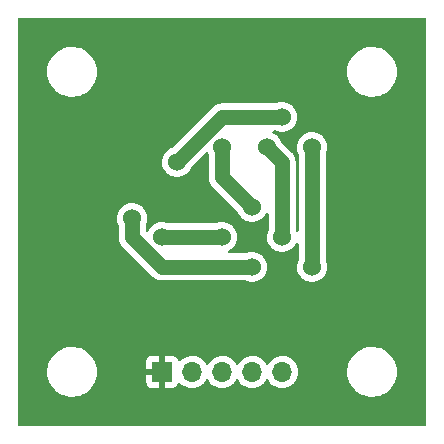
<source format=gbr>
%TF.GenerationSoftware,KiCad,Pcbnew,(5.99.0-3341-g150dc429c)*%
%TF.CreationDate,2020-09-14T09:08:56+02:00*%
%TF.ProjectId,loadCell,6c6f6164-4365-46c6-9c2e-6b696361645f,rev?*%
%TF.SameCoordinates,Original*%
%TF.FileFunction,Copper,L2,Bot*%
%TF.FilePolarity,Positive*%
%FSLAX46Y46*%
G04 Gerber Fmt 4.6, Leading zero omitted, Abs format (unit mm)*
G04 Created by KiCad (PCBNEW (5.99.0-3341-g150dc429c)) date 2020-09-14 09:08:56*
%MOMM*%
%LPD*%
G01*
G04 APERTURE LIST*
%TA.AperFunction,ComponentPad*%
%ADD10O,1.700000X1.700000*%
%TD*%
%TA.AperFunction,ComponentPad*%
%ADD11R,1.700000X1.700000*%
%TD*%
%TA.AperFunction,ViaPad*%
%ADD12C,1.524000*%
%TD*%
%TA.AperFunction,Conductor*%
%ADD13C,1.270000*%
%TD*%
G04 APERTURE END LIST*
D10*
%TO.P,J4,5,Pin_5*%
%TO.N,Net-(J1-Pad4)*%
X132080000Y-63500000D03*
%TO.P,J4,4,Pin_4*%
%TO.N,Net-(J1-Pad3)*%
X129540000Y-63500000D03*
%TO.P,J4,3,Pin_3*%
%TO.N,Net-(J1-Pad2)*%
X127000000Y-63500000D03*
%TO.P,J4,2,Pin_2*%
%TO.N,Net-(J1-Pad1)*%
X124460000Y-63500000D03*
D11*
%TO.P,J4,1,Pin_1*%
%TO.N,GND*%
X121920000Y-63500000D03*
%TD*%
D12*
%TO.N,Net-(J1-Pad4)*%
X123190000Y-45720000D03*
X132080000Y-41910000D03*
%TO.N,Net-(J1-Pad3)*%
X119380000Y-50473000D03*
%TO.N,Net-(J1-Pad2)*%
X121920000Y-52070000D03*
%TO.N,Net-(J1-Pad4)*%
X134620000Y-44450000D03*
X134620000Y-54610000D03*
%TO.N,Net-(J1-Pad3)*%
X130810000Y-44450000D03*
X132080000Y-52070000D03*
%TO.N,Net-(J1-Pad2)*%
X127000000Y-44450000D03*
X129540000Y-49530000D03*
X127000000Y-52070000D03*
%TO.N,Net-(J1-Pad3)*%
X129540000Y-54610000D03*
%TD*%
D13*
%TO.N,Net-(J1-Pad4)*%
X123190000Y-45720000D02*
X127000000Y-41910000D01*
X127000000Y-41910000D02*
X132080000Y-41910000D01*
%TO.N,Net-(J1-Pad3)*%
X119380000Y-50473000D02*
X119380000Y-52070000D01*
X121920000Y-54610000D02*
X129540000Y-54610000D01*
X119380000Y-52070000D02*
X121920000Y-54610000D01*
%TO.N,Net-(J1-Pad2)*%
X121920000Y-52070000D02*
X127000000Y-52070000D01*
%TO.N,Net-(J1-Pad4)*%
X134620000Y-44450000D02*
X134620000Y-54610000D01*
%TO.N,Net-(J1-Pad3)*%
X130810000Y-44450000D02*
X132080000Y-45720000D01*
X132080000Y-45720000D02*
X132080000Y-52070000D01*
%TO.N,Net-(J1-Pad2)*%
X127000000Y-44450000D02*
X127000000Y-46990000D01*
X127000000Y-46990000D02*
X129540000Y-49530000D01*
%TD*%
%TA.AperFunction,Conductor*%
%TO.N,GND*%
G36*
X144271501Y-68071500D02*
G01*
X109728500Y-68071500D01*
X109728500Y-63477876D01*
X112187116Y-63477876D01*
X112203661Y-63764827D01*
X112216555Y-63830546D01*
X112258999Y-64046885D01*
X112352103Y-64318820D01*
X112481252Y-64575605D01*
X112547490Y-64671981D01*
X112644056Y-64812485D01*
X112837499Y-65025077D01*
X113058014Y-65209457D01*
X113301495Y-65362192D01*
X113563471Y-65480479D01*
X113839062Y-65562112D01*
X114123191Y-65605590D01*
X114410586Y-65610104D01*
X114695937Y-65575573D01*
X114973961Y-65502635D01*
X115239514Y-65392639D01*
X115322237Y-65344300D01*
X115487686Y-65247619D01*
X115713872Y-65070267D01*
X115913900Y-64863853D01*
X115914917Y-64862469D01*
X116084065Y-64632202D01*
X116221216Y-64379601D01*
X116232400Y-64350002D01*
X120557000Y-64350002D01*
X120603358Y-64563105D01*
X120682301Y-64685945D01*
X120792651Y-64781563D01*
X120925474Y-64842220D01*
X121069997Y-64863000D01*
X121666000Y-64863000D01*
X121666001Y-63754000D01*
X120557000Y-63753999D01*
X120557000Y-64350002D01*
X116232400Y-64350002D01*
X116322816Y-64110724D01*
X116364432Y-63929018D01*
X116386986Y-63830544D01*
X116412537Y-63544251D01*
X116413000Y-63499998D01*
X116393450Y-63213234D01*
X116388914Y-63191327D01*
X116352436Y-63015179D01*
X116335164Y-62931775D01*
X116327627Y-62910491D01*
X116239216Y-62660827D01*
X116233627Y-62649997D01*
X120557000Y-62649997D01*
X120557000Y-63246000D01*
X121666000Y-63246001D01*
X122173999Y-63246001D01*
X122174000Y-63246001D01*
X122173999Y-64863000D01*
X122770002Y-64863000D01*
X122983105Y-64816642D01*
X123105945Y-64737699D01*
X123201563Y-64627349D01*
X123269745Y-64478050D01*
X123273941Y-64479966D01*
X123289403Y-64446129D01*
X123349138Y-64407759D01*
X123420134Y-64407775D01*
X123468999Y-64435100D01*
X123635931Y-64585670D01*
X123772195Y-64671979D01*
X123830638Y-64708997D01*
X124043336Y-64797752D01*
X124212183Y-64836578D01*
X124267952Y-64849402D01*
X124498057Y-64862469D01*
X124498058Y-64862469D01*
X124727071Y-64836579D01*
X124727074Y-64836578D01*
X124727075Y-64836578D01*
X124917056Y-64781563D01*
X124948460Y-64772469D01*
X125155868Y-64671981D01*
X125343386Y-64537978D01*
X125449135Y-64431302D01*
X125505646Y-64374296D01*
X125638007Y-64185616D01*
X125638009Y-64185612D01*
X125744393Y-64033962D01*
X125751952Y-64047855D01*
X125862102Y-64250305D01*
X126004789Y-64431302D01*
X126175931Y-64585670D01*
X126312195Y-64671979D01*
X126370638Y-64708997D01*
X126583336Y-64797752D01*
X126752183Y-64836578D01*
X126807952Y-64849402D01*
X127038057Y-64862469D01*
X127038058Y-64862469D01*
X127267071Y-64836579D01*
X127267074Y-64836578D01*
X127267075Y-64836578D01*
X127457056Y-64781563D01*
X127488460Y-64772469D01*
X127695868Y-64671981D01*
X127883386Y-64537978D01*
X127989135Y-64431302D01*
X128045646Y-64374296D01*
X128178007Y-64185616D01*
X128178009Y-64185612D01*
X128284393Y-64033962D01*
X128291952Y-64047855D01*
X128402102Y-64250305D01*
X128544789Y-64431302D01*
X128715931Y-64585670D01*
X128852195Y-64671979D01*
X128910638Y-64708997D01*
X129123336Y-64797752D01*
X129292183Y-64836578D01*
X129347952Y-64849402D01*
X129578057Y-64862469D01*
X129578058Y-64862469D01*
X129807071Y-64836579D01*
X129807074Y-64836578D01*
X129807075Y-64836578D01*
X129997056Y-64781563D01*
X130028460Y-64772469D01*
X130235868Y-64671981D01*
X130423386Y-64537978D01*
X130529135Y-64431302D01*
X130585646Y-64374296D01*
X130718007Y-64185616D01*
X130718009Y-64185612D01*
X130824393Y-64033962D01*
X130831952Y-64047855D01*
X130942102Y-64250305D01*
X131084789Y-64431302D01*
X131255931Y-64585670D01*
X131392195Y-64671979D01*
X131450638Y-64708997D01*
X131663336Y-64797752D01*
X131832183Y-64836578D01*
X131887952Y-64849402D01*
X132118057Y-64862469D01*
X132118058Y-64862469D01*
X132347071Y-64836579D01*
X132347074Y-64836578D01*
X132347075Y-64836578D01*
X132537056Y-64781563D01*
X132568460Y-64772469D01*
X132775868Y-64671981D01*
X132963386Y-64537978D01*
X133069135Y-64431302D01*
X133125646Y-64374296D01*
X133258007Y-64185616D01*
X133258009Y-64185612D01*
X133356683Y-63977337D01*
X133418859Y-63755399D01*
X133442749Y-63526167D01*
X133443000Y-63500003D01*
X133441124Y-63477876D01*
X137587116Y-63477876D01*
X137603661Y-63764827D01*
X137616555Y-63830546D01*
X137658999Y-64046885D01*
X137752103Y-64318820D01*
X137881252Y-64575605D01*
X137947490Y-64671981D01*
X138044056Y-64812485D01*
X138237499Y-65025077D01*
X138458014Y-65209457D01*
X138701495Y-65362192D01*
X138963471Y-65480479D01*
X139239062Y-65562112D01*
X139523191Y-65605590D01*
X139810586Y-65610104D01*
X140095937Y-65575573D01*
X140373961Y-65502635D01*
X140639514Y-65392639D01*
X140722237Y-65344300D01*
X140887686Y-65247619D01*
X141113872Y-65070267D01*
X141313900Y-64863853D01*
X141314917Y-64862469D01*
X141484065Y-64632202D01*
X141621216Y-64379601D01*
X141722816Y-64110724D01*
X141764432Y-63929018D01*
X141786986Y-63830544D01*
X141812537Y-63544251D01*
X141813000Y-63499998D01*
X141793450Y-63213234D01*
X141788914Y-63191327D01*
X141752436Y-63015179D01*
X141735164Y-62931775D01*
X141727627Y-62910491D01*
X141639216Y-62660827D01*
X141507385Y-62405409D01*
X141342109Y-62170246D01*
X141146448Y-61959689D01*
X140924021Y-61777635D01*
X140903256Y-61764910D01*
X140678950Y-61627454D01*
X140415748Y-61511917D01*
X140139320Y-61433174D01*
X139968578Y-61408875D01*
X139854752Y-61392675D01*
X139663133Y-61391672D01*
X139567325Y-61391170D01*
X139567324Y-61391170D01*
X139472333Y-61403676D01*
X139282348Y-61428687D01*
X139005109Y-61504531D01*
X138872912Y-61560918D01*
X138740718Y-61617303D01*
X138740714Y-61617305D01*
X138494084Y-61764910D01*
X138269761Y-61944627D01*
X138071903Y-62153126D01*
X137904177Y-62386541D01*
X137769679Y-62640561D01*
X137767710Y-62645942D01*
X137670899Y-62910492D01*
X137623019Y-63130095D01*
X137609668Y-63191326D01*
X137587116Y-63477876D01*
X133441124Y-63477876D01*
X133441123Y-63477873D01*
X133423514Y-63270349D01*
X133365612Y-63047264D01*
X133330281Y-62968830D01*
X133270952Y-62837125D01*
X133142240Y-62645942D01*
X133142239Y-62645941D01*
X133142238Y-62645939D01*
X132983151Y-62479173D01*
X132798241Y-62341596D01*
X132592794Y-62237141D01*
X132372684Y-62168796D01*
X132144206Y-62138513D01*
X132144203Y-62138513D01*
X132029049Y-62142836D01*
X131913892Y-62147160D01*
X131688328Y-62194488D01*
X131688326Y-62194489D01*
X131688325Y-62194489D01*
X131473963Y-62279144D01*
X131276925Y-62398709D01*
X131189888Y-62474237D01*
X131102851Y-62549764D01*
X131023991Y-62645941D01*
X130956716Y-62727988D01*
X130819620Y-62968830D01*
X130602240Y-62645941D01*
X130443150Y-62479172D01*
X130335004Y-62398709D01*
X130258241Y-62341596D01*
X130052794Y-62237141D01*
X129832684Y-62168796D01*
X129604206Y-62138513D01*
X129604203Y-62138513D01*
X129489049Y-62142836D01*
X129373892Y-62147160D01*
X129148328Y-62194488D01*
X129148326Y-62194489D01*
X129148325Y-62194489D01*
X128933963Y-62279144D01*
X128736925Y-62398709D01*
X128649888Y-62474237D01*
X128562851Y-62549764D01*
X128483991Y-62645941D01*
X128416716Y-62727988D01*
X128279620Y-62968830D01*
X128062240Y-62645941D01*
X127903150Y-62479172D01*
X127795004Y-62398709D01*
X127718241Y-62341596D01*
X127512794Y-62237141D01*
X127292684Y-62168796D01*
X127064206Y-62138513D01*
X127064203Y-62138513D01*
X126949049Y-62142836D01*
X126833892Y-62147160D01*
X126608328Y-62194488D01*
X126608326Y-62194489D01*
X126608325Y-62194489D01*
X126393963Y-62279144D01*
X126196925Y-62398709D01*
X126109888Y-62474237D01*
X126022851Y-62549764D01*
X125943991Y-62645941D01*
X125876716Y-62727988D01*
X125739620Y-62968830D01*
X125522240Y-62645941D01*
X125363150Y-62479172D01*
X125255004Y-62398709D01*
X125178241Y-62341596D01*
X124972794Y-62237141D01*
X124752684Y-62168796D01*
X124524206Y-62138513D01*
X124524203Y-62138513D01*
X124409049Y-62142836D01*
X124293892Y-62147160D01*
X124068328Y-62194488D01*
X124068326Y-62194489D01*
X124068325Y-62194489D01*
X123853963Y-62279144D01*
X123656925Y-62398709D01*
X123564201Y-62479172D01*
X123482851Y-62549764D01*
X123472849Y-62561962D01*
X123414191Y-62601956D01*
X123343221Y-62603888D01*
X123282472Y-62567144D01*
X123252296Y-62508855D01*
X123236642Y-62436894D01*
X123157699Y-62314055D01*
X123047349Y-62218437D01*
X122914526Y-62157780D01*
X122770003Y-62137000D01*
X122174000Y-62137000D01*
X122173999Y-63246001D01*
X121666000Y-63246001D01*
X121666001Y-62137000D01*
X121069998Y-62137000D01*
X120856895Y-62183358D01*
X120734055Y-62262301D01*
X120638437Y-62372651D01*
X120577780Y-62505474D01*
X120557000Y-62649997D01*
X116233627Y-62649997D01*
X116107385Y-62405409D01*
X115942109Y-62170246D01*
X115746448Y-61959689D01*
X115524021Y-61777635D01*
X115503256Y-61764910D01*
X115278950Y-61627454D01*
X115015748Y-61511917D01*
X114739320Y-61433174D01*
X114568578Y-61408875D01*
X114454752Y-61392675D01*
X114263133Y-61391672D01*
X114167325Y-61391170D01*
X114167324Y-61391170D01*
X114072333Y-61403676D01*
X113882348Y-61428687D01*
X113605109Y-61504531D01*
X113472911Y-61560918D01*
X113340718Y-61617303D01*
X113340714Y-61617305D01*
X113094084Y-61764910D01*
X112869761Y-61944627D01*
X112671903Y-62153126D01*
X112504177Y-62386541D01*
X112369679Y-62640561D01*
X112367710Y-62645942D01*
X112270899Y-62910492D01*
X112223019Y-63130095D01*
X112209668Y-63191326D01*
X112187116Y-63477876D01*
X109728500Y-63477876D01*
X109728500Y-50553089D01*
X118107017Y-50553089D01*
X118141318Y-50777249D01*
X118214773Y-50991793D01*
X118236500Y-51030829D01*
X118236500Y-52029803D01*
X118231895Y-52100064D01*
X118242483Y-52189521D01*
X118250732Y-52279298D01*
X118250733Y-52279301D01*
X118254825Y-52293811D01*
X118256597Y-52308782D01*
X118256598Y-52308785D01*
X118256598Y-52308786D01*
X118283321Y-52394850D01*
X118307784Y-52481586D01*
X118314453Y-52495109D01*
X118318925Y-52509512D01*
X118318926Y-52509514D01*
X118360891Y-52589276D01*
X118400742Y-52670088D01*
X118409764Y-52682169D01*
X118416786Y-52695516D01*
X118472571Y-52766279D01*
X118526496Y-52838494D01*
X118526499Y-52838497D01*
X118590588Y-52897740D01*
X121082989Y-55390142D01*
X121129425Y-55443092D01*
X121200198Y-55498885D01*
X121247689Y-55538383D01*
X121269481Y-55556508D01*
X121276848Y-55560633D01*
X121282637Y-55563875D01*
X121294483Y-55573214D01*
X121374276Y-55615195D01*
X121452861Y-55659205D01*
X121452863Y-55659206D01*
X121467135Y-55664051D01*
X121480488Y-55671076D01*
X121519271Y-55683119D01*
X121566602Y-55697816D01*
X121593988Y-55707112D01*
X121651888Y-55726766D01*
X121666803Y-55728929D01*
X121681213Y-55733403D01*
X121742979Y-55740713D01*
X121770737Y-55743999D01*
X121859891Y-55756926D01*
X121859892Y-55756926D01*
X121877331Y-55756241D01*
X121947089Y-55753500D01*
X128967932Y-55753500D01*
X129095659Y-55800241D01*
X129209876Y-55842038D01*
X129433269Y-55881027D01*
X129433272Y-55881027D01*
X129660035Y-55879839D01*
X129883005Y-55838515D01*
X129966293Y-55807043D01*
X130095137Y-55758357D01*
X130289720Y-55641901D01*
X130460605Y-55492829D01*
X130602391Y-55315851D01*
X130651844Y-55224769D01*
X130710596Y-55116564D01*
X130781801Y-54901260D01*
X130813752Y-54676757D01*
X130815500Y-54609998D01*
X130795342Y-54384128D01*
X130735504Y-54165400D01*
X130735503Y-54165397D01*
X130735503Y-54165396D01*
X130637876Y-53960718D01*
X130637876Y-53960717D01*
X130505546Y-53776561D01*
X130342698Y-53618749D01*
X130154477Y-53492271D01*
X129946836Y-53401122D01*
X129946834Y-53401122D01*
X129946833Y-53401121D01*
X129726329Y-53348183D01*
X129499936Y-53335129D01*
X129499934Y-53335129D01*
X129392066Y-53348183D01*
X129274809Y-53362373D01*
X129058064Y-53429052D01*
X128985510Y-53466500D01*
X127588356Y-53466500D01*
X127520235Y-53446498D01*
X127473742Y-53392842D01*
X127463638Y-53322568D01*
X127493132Y-53257988D01*
X127543818Y-53222634D01*
X127545041Y-53222172D01*
X127555137Y-53218357D01*
X127749720Y-53101901D01*
X127920605Y-52952829D01*
X128062391Y-52775851D01*
X128113256Y-52682169D01*
X128170596Y-52576564D01*
X128241801Y-52361260D01*
X128273752Y-52136757D01*
X128275500Y-52069998D01*
X128255342Y-51844128D01*
X128195504Y-51625400D01*
X128195503Y-51625396D01*
X128097876Y-51420718D01*
X128097876Y-51420717D01*
X127965546Y-51236561D01*
X127802698Y-51078749D01*
X127614477Y-50952271D01*
X127406836Y-50861122D01*
X127406834Y-50861122D01*
X127406833Y-50861121D01*
X127186329Y-50808183D01*
X126959936Y-50795129D01*
X126959934Y-50795129D01*
X126852066Y-50808183D01*
X126734809Y-50822373D01*
X126518064Y-50889052D01*
X126445510Y-50926500D01*
X122475769Y-50926500D01*
X122389278Y-50888533D01*
X122326836Y-50861122D01*
X122326834Y-50861122D01*
X122326833Y-50861121D01*
X122106329Y-50808183D01*
X121879936Y-50795129D01*
X121879934Y-50795129D01*
X121772066Y-50808183D01*
X121654809Y-50822373D01*
X121438064Y-50889052D01*
X121315580Y-50952271D01*
X121236549Y-50993062D01*
X121056646Y-51131107D01*
X120904024Y-51298836D01*
X120783521Y-51490934D01*
X120766407Y-51533507D01*
X120722440Y-51589251D01*
X120655315Y-51612376D01*
X120586344Y-51595539D01*
X120537424Y-51544086D01*
X120523500Y-51486510D01*
X120523500Y-51029467D01*
X120543267Y-50993060D01*
X120550596Y-50979562D01*
X120568145Y-50926500D01*
X120621800Y-50764265D01*
X120653752Y-50539757D01*
X120655500Y-50472998D01*
X120635342Y-50247128D01*
X120575504Y-50028400D01*
X120575503Y-50028396D01*
X120477876Y-49823718D01*
X120477876Y-49823717D01*
X120345546Y-49639561D01*
X120182698Y-49481749D01*
X119994477Y-49355271D01*
X119786836Y-49264122D01*
X119786834Y-49264122D01*
X119786833Y-49264121D01*
X119566329Y-49211183D01*
X119339936Y-49198129D01*
X119339934Y-49198129D01*
X119232066Y-49211183D01*
X119114809Y-49225373D01*
X118898064Y-49292052D01*
X118775580Y-49355271D01*
X118696549Y-49396062D01*
X118516646Y-49534107D01*
X118364024Y-49701836D01*
X118243521Y-49893934D01*
X118158939Y-50104339D01*
X118158939Y-50104340D01*
X118112953Y-50326398D01*
X118107017Y-50553089D01*
X109728500Y-50553089D01*
X109728500Y-45800089D01*
X121917017Y-45800089D01*
X121951318Y-46024249D01*
X122020586Y-46226563D01*
X122024774Y-46238795D01*
X122135061Y-46436940D01*
X122278686Y-46612418D01*
X122278690Y-46612421D01*
X122451127Y-46759696D01*
X122646919Y-46874107D01*
X122859876Y-46952038D01*
X123083269Y-46991027D01*
X123083272Y-46991027D01*
X123310035Y-46989839D01*
X123533005Y-46948515D01*
X123616293Y-46917043D01*
X123745137Y-46868357D01*
X123939720Y-46751901D01*
X124110605Y-46602829D01*
X124252391Y-46425851D01*
X124353954Y-46238795D01*
X124360596Y-46226563D01*
X124390248Y-46136904D01*
X125764273Y-44762880D01*
X125834773Y-44968793D01*
X125856500Y-45007829D01*
X125856501Y-46949789D01*
X125851895Y-47020064D01*
X125862487Y-47109559D01*
X125869493Y-47185805D01*
X125870733Y-47199299D01*
X125874825Y-47213812D01*
X125876598Y-47228786D01*
X125903326Y-47314865D01*
X125927784Y-47401585D01*
X125934453Y-47415109D01*
X125938926Y-47429514D01*
X125980891Y-47509276D01*
X126020742Y-47590088D01*
X126029764Y-47602169D01*
X126036786Y-47615516D01*
X126092571Y-47686279D01*
X126146496Y-47758494D01*
X126146499Y-47758497D01*
X126210588Y-47817740D01*
X128339959Y-49947112D01*
X128370585Y-50036562D01*
X128374773Y-50048793D01*
X128412528Y-50116624D01*
X128485061Y-50246940D01*
X128628686Y-50422418D01*
X128628690Y-50422421D01*
X128801127Y-50569696D01*
X128996919Y-50684107D01*
X129209876Y-50762038D01*
X129433269Y-50801027D01*
X129433272Y-50801027D01*
X129660035Y-50799839D01*
X129883005Y-50758515D01*
X129966293Y-50727043D01*
X130095137Y-50678357D01*
X130289720Y-50561901D01*
X130460605Y-50412829D01*
X130602391Y-50235851D01*
X130691186Y-50072311D01*
X130699770Y-50056502D01*
X130749853Y-50006180D01*
X130819191Y-49990924D01*
X130885770Y-50015577D01*
X130928452Y-50072311D01*
X130936501Y-50116623D01*
X130936501Y-51508398D01*
X130858939Y-51701340D01*
X130812953Y-51923398D01*
X130807017Y-52150089D01*
X130841318Y-52374249D01*
X130910586Y-52576564D01*
X130914774Y-52588795D01*
X131025061Y-52786940D01*
X131168686Y-52962418D01*
X131168690Y-52962421D01*
X131341127Y-53109696D01*
X131536919Y-53224107D01*
X131749876Y-53302038D01*
X131973269Y-53341027D01*
X131973272Y-53341027D01*
X132200035Y-53339839D01*
X132423005Y-53298515D01*
X132530256Y-53257988D01*
X132635137Y-53218357D01*
X132829720Y-53101901D01*
X133000605Y-52952829D01*
X133142391Y-52775851D01*
X133231186Y-52612311D01*
X133239770Y-52596502D01*
X133289853Y-52546180D01*
X133359191Y-52530924D01*
X133425770Y-52555577D01*
X133468452Y-52612311D01*
X133476501Y-52656623D01*
X133476501Y-54048398D01*
X133398939Y-54241340D01*
X133352953Y-54463398D01*
X133347017Y-54690089D01*
X133381318Y-54914249D01*
X133450586Y-55116564D01*
X133454774Y-55128795D01*
X133565061Y-55326940D01*
X133708686Y-55502418D01*
X133708690Y-55502421D01*
X133881127Y-55649696D01*
X134076919Y-55764107D01*
X134289876Y-55842038D01*
X134513269Y-55881027D01*
X134513272Y-55881027D01*
X134740035Y-55879839D01*
X134963005Y-55838515D01*
X135046293Y-55807043D01*
X135175137Y-55758357D01*
X135369720Y-55641901D01*
X135540605Y-55492829D01*
X135682391Y-55315851D01*
X135731844Y-55224769D01*
X135790596Y-55116564D01*
X135861801Y-54901260D01*
X135893752Y-54676757D01*
X135895500Y-54609998D01*
X135875342Y-54384128D01*
X135815504Y-54165397D01*
X135763500Y-54056369D01*
X135763500Y-45006467D01*
X135790596Y-44956562D01*
X135790597Y-44956560D01*
X135861800Y-44741265D01*
X135893752Y-44516757D01*
X135895500Y-44449998D01*
X135875342Y-44224128D01*
X135815504Y-44005400D01*
X135815503Y-44005396D01*
X135751368Y-43870934D01*
X135717876Y-43800717D01*
X135585546Y-43616561D01*
X135422698Y-43458749D01*
X135234477Y-43332271D01*
X135026836Y-43241122D01*
X135026834Y-43241122D01*
X135026833Y-43241121D01*
X134806329Y-43188183D01*
X134579936Y-43175129D01*
X134579934Y-43175129D01*
X134472066Y-43188183D01*
X134354809Y-43202373D01*
X134138064Y-43269052D01*
X134015580Y-43332271D01*
X133936549Y-43373062D01*
X133756646Y-43511107D01*
X133604024Y-43678836D01*
X133483521Y-43870934D01*
X133398939Y-44081339D01*
X133398939Y-44081340D01*
X133352953Y-44303398D01*
X133347366Y-44516755D01*
X133347017Y-44530091D01*
X133360737Y-44619753D01*
X133381318Y-44754249D01*
X133454773Y-44968793D01*
X133476500Y-45007829D01*
X133476500Y-45652047D01*
X133459773Y-45709014D01*
X133476500Y-45749058D01*
X133476501Y-49481750D01*
X133476501Y-51489956D01*
X133456499Y-51558077D01*
X133402843Y-51604570D01*
X133332569Y-51614674D01*
X133267989Y-51585180D01*
X133236782Y-51544214D01*
X133233661Y-51537673D01*
X133223500Y-51516370D01*
X133223500Y-45760196D01*
X133224770Y-45740818D01*
X133241034Y-45696407D01*
X133225373Y-45666855D01*
X133217516Y-45600467D01*
X133214072Y-45562986D01*
X133209269Y-45510705D01*
X133208391Y-45507593D01*
X133205174Y-45496186D01*
X133203402Y-45481213D01*
X133176682Y-45395159D01*
X133152217Y-45308414D01*
X133145546Y-45294888D01*
X133141075Y-45280487D01*
X133099115Y-45200732D01*
X133079185Y-45160320D01*
X133059257Y-45119910D01*
X133050236Y-45107829D01*
X133043213Y-45094481D01*
X132987429Y-45023720D01*
X132973859Y-45005548D01*
X132933505Y-44951505D01*
X132869407Y-44892254D01*
X132014147Y-44036994D01*
X132005503Y-44005396D01*
X131941368Y-43870934D01*
X131907877Y-43800719D01*
X131775546Y-43616561D01*
X131612698Y-43458749D01*
X131424477Y-43332271D01*
X131339281Y-43294872D01*
X131284947Y-43249177D01*
X131263942Y-43181359D01*
X131282937Y-43112950D01*
X131335901Y-43065671D01*
X131389928Y-43053500D01*
X131507932Y-43053500D01*
X131635659Y-43100241D01*
X131749876Y-43142038D01*
X131973269Y-43181027D01*
X131973272Y-43181027D01*
X132200035Y-43179839D01*
X132423005Y-43138515D01*
X132506293Y-43107043D01*
X132635137Y-43058357D01*
X132829720Y-42941901D01*
X133000605Y-42792829D01*
X133142391Y-42615851D01*
X133191844Y-42524769D01*
X133250596Y-42416564D01*
X133321801Y-42201260D01*
X133353752Y-41976757D01*
X133355500Y-41909998D01*
X133335342Y-41684128D01*
X133275504Y-41465400D01*
X133275503Y-41465396D01*
X133177876Y-41260718D01*
X133177876Y-41260717D01*
X133045546Y-41076561D01*
X132882698Y-40918749D01*
X132694477Y-40792271D01*
X132486836Y-40701122D01*
X132486834Y-40701122D01*
X132486833Y-40701121D01*
X132266329Y-40648183D01*
X132039936Y-40635129D01*
X132039934Y-40635129D01*
X131932066Y-40648183D01*
X131814809Y-40662373D01*
X131598064Y-40729052D01*
X131525510Y-40766500D01*
X127040212Y-40766500D01*
X127000054Y-40763868D01*
X126969939Y-40761894D01*
X126969936Y-40761894D01*
X126880455Y-40772485D01*
X126790702Y-40780732D01*
X126781888Y-40783218D01*
X126776186Y-40784826D01*
X126771196Y-40785417D01*
X126761213Y-40786598D01*
X126675149Y-40813321D01*
X126588414Y-40837783D01*
X126574891Y-40844452D01*
X126560488Y-40848924D01*
X126480718Y-40890892D01*
X126440314Y-40910818D01*
X126399910Y-40930743D01*
X126387831Y-40939763D01*
X126374482Y-40946786D01*
X126330619Y-40981366D01*
X126303703Y-41002584D01*
X126231503Y-41056498D01*
X126172259Y-41120588D01*
X122774115Y-44518732D01*
X122708064Y-44539052D01*
X122518770Y-44636754D01*
X122506549Y-44643062D01*
X122326646Y-44781107D01*
X122174024Y-44948836D01*
X122053521Y-45140934D01*
X121968939Y-45351339D01*
X121956929Y-45409335D01*
X121922953Y-45573398D01*
X121917017Y-45800089D01*
X109728500Y-45800089D01*
X109728500Y-38077876D01*
X112187116Y-38077876D01*
X112203661Y-38364827D01*
X112258999Y-38646884D01*
X112352104Y-38918822D01*
X112481253Y-39175606D01*
X112644056Y-39412485D01*
X112837499Y-39625077D01*
X113058014Y-39809457D01*
X113301495Y-39962192D01*
X113563471Y-40080479D01*
X113839062Y-40162112D01*
X114123191Y-40205590D01*
X114410586Y-40210104D01*
X114695937Y-40175573D01*
X114973961Y-40102635D01*
X115239514Y-39992639D01*
X115322237Y-39944300D01*
X115487686Y-39847619D01*
X115713872Y-39670267D01*
X115913900Y-39463853D01*
X115913901Y-39463852D01*
X116084065Y-39232202D01*
X116221216Y-38979601D01*
X116322816Y-38710724D01*
X116364432Y-38529018D01*
X116386986Y-38430544D01*
X116412537Y-38144251D01*
X116413000Y-38099998D01*
X116411492Y-38077876D01*
X137587116Y-38077876D01*
X137603661Y-38364827D01*
X137658999Y-38646884D01*
X137752104Y-38918822D01*
X137881253Y-39175606D01*
X138044056Y-39412485D01*
X138237499Y-39625077D01*
X138458014Y-39809457D01*
X138701495Y-39962192D01*
X138963471Y-40080479D01*
X139239062Y-40162112D01*
X139523191Y-40205590D01*
X139810586Y-40210104D01*
X140095937Y-40175573D01*
X140373961Y-40102635D01*
X140639514Y-39992639D01*
X140722237Y-39944300D01*
X140887686Y-39847619D01*
X141113872Y-39670267D01*
X141313900Y-39463853D01*
X141313901Y-39463852D01*
X141484065Y-39232202D01*
X141621216Y-38979601D01*
X141722816Y-38710724D01*
X141764432Y-38529018D01*
X141786986Y-38430544D01*
X141812537Y-38144251D01*
X141813000Y-38099998D01*
X141793450Y-37813234D01*
X141788914Y-37791327D01*
X141735163Y-37531772D01*
X141639216Y-37260827D01*
X141507385Y-37005409D01*
X141342109Y-36770246D01*
X141146448Y-36559689D01*
X140924021Y-36377635D01*
X140903256Y-36364910D01*
X140678950Y-36227454D01*
X140415748Y-36111917D01*
X140139320Y-36033174D01*
X139968578Y-36008875D01*
X139854752Y-35992675D01*
X139663133Y-35991672D01*
X139567325Y-35991170D01*
X139567324Y-35991170D01*
X139472333Y-36003676D01*
X139282348Y-36028687D01*
X139005109Y-36104531D01*
X138872911Y-36160918D01*
X138740718Y-36217303D01*
X138740714Y-36217305D01*
X138494084Y-36364910D01*
X138269761Y-36544627D01*
X138071903Y-36753126D01*
X137904177Y-36986541D01*
X137769679Y-37240561D01*
X137769678Y-37240565D01*
X137670899Y-37510492D01*
X137666259Y-37531775D01*
X137609668Y-37791326D01*
X137587116Y-38077876D01*
X116411492Y-38077876D01*
X116393450Y-37813234D01*
X116388914Y-37791327D01*
X116335163Y-37531772D01*
X116239216Y-37260827D01*
X116107385Y-37005409D01*
X115942109Y-36770246D01*
X115746448Y-36559689D01*
X115524021Y-36377635D01*
X115503256Y-36364910D01*
X115278950Y-36227454D01*
X115015748Y-36111917D01*
X114739320Y-36033174D01*
X114568578Y-36008875D01*
X114454752Y-35992675D01*
X114263133Y-35991672D01*
X114167325Y-35991170D01*
X114167324Y-35991170D01*
X114072333Y-36003676D01*
X113882348Y-36028687D01*
X113605109Y-36104531D01*
X113472911Y-36160918D01*
X113340718Y-36217303D01*
X113340714Y-36217305D01*
X113094084Y-36364910D01*
X112869761Y-36544627D01*
X112671903Y-36753126D01*
X112504177Y-36986541D01*
X112369679Y-37240561D01*
X112369678Y-37240565D01*
X112270899Y-37510492D01*
X112266259Y-37531775D01*
X112209668Y-37791326D01*
X112187116Y-38077876D01*
X109728500Y-38077876D01*
X109728500Y-33528500D01*
X144271500Y-33528500D01*
X144271501Y-68071500D01*
G37*
%TD.AperFunction*%
%TD*%
M02*

</source>
